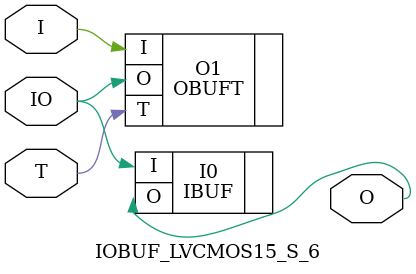
<source format=v>


`timescale  1 ps / 1 ps


module IOBUF_LVCMOS15_S_6 (O, IO, I, T);

    output O;

    inout  IO;

    input  I, T;

        OBUFT #(.IOSTANDARD("LVCMOS15"), .SLEW("SLOW"), .DRIVE(6)) O1 (.O(IO), .I(I), .T(T)); 
	IBUF #(.IOSTANDARD("LVCMOS15"))  I0 (.O(O), .I(IO));
        

endmodule



</source>
